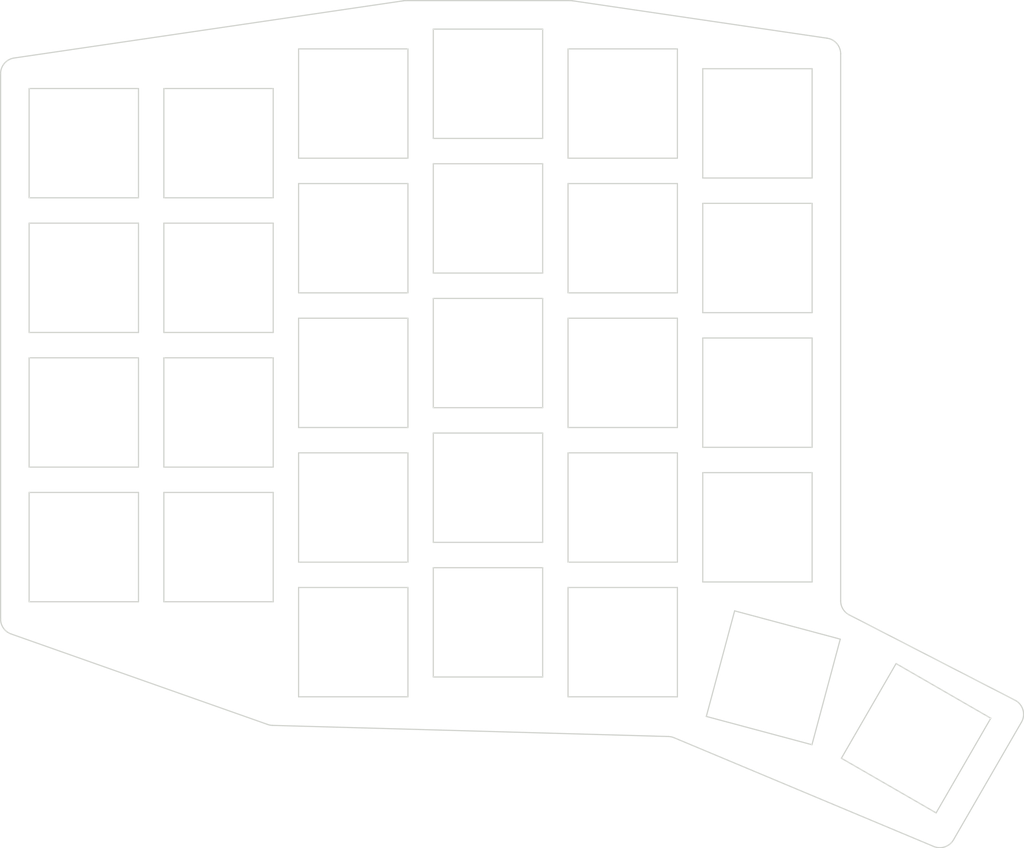
<source format=kicad_pcb>


(kicad_pcb (version 20171130) (host pcbnew 5.1.6)

  (page A3)
  (title_block
    (title "plate")
    (rev "v1.0.0")
    (company "Unknown")
  )

  (general
    (thickness 1.6)
  )

  (layers
    (0 F.Cu signal)
    (31 B.Cu signal)
    (32 B.Adhes user)
    (33 F.Adhes user)
    (34 B.Paste user)
    (35 F.Paste user)
    (36 B.SilkS user)
    (37 F.SilkS user)
    (38 B.Mask user)
    (39 F.Mask user)
    (40 Dwgs.User user)
    (41 Cmts.User user)
    (42 Eco1.User user)
    (43 Eco2.User user)
    (44 Edge.Cuts user)
    (45 Margin user)
    (46 B.CrtYd user)
    (47 F.CrtYd user)
    (48 B.Fab user)
    (49 F.Fab user)
  )

  (setup
    (last_trace_width 0.25)
    (trace_clearance 0.2)
    (zone_clearance 0.508)
    (zone_45_only no)
    (trace_min 0.2)
    (via_size 0.8)
    (via_drill 0.4)
    (via_min_size 0.4)
    (via_min_drill 0.3)
    (uvia_size 0.3)
    (uvia_drill 0.1)
    (uvias_allowed no)
    (uvia_min_size 0.2)
    (uvia_min_drill 0.1)
    (edge_width 0.05)
    (segment_width 0.2)
    (pcb_text_width 0.3)
    (pcb_text_size 1.5 1.5)
    (mod_edge_width 0.12)
    (mod_text_size 1 1)
    (mod_text_width 0.15)
    (pad_size 1.524 1.524)
    (pad_drill 0.762)
    (pad_to_mask_clearance 0.05)
    (aux_axis_origin 0 0)
    (visible_elements FFFFFF7F)
    (pcbplotparams
      (layerselection 0x010fc_ffffffff)
      (usegerberextensions false)
      (usegerberattributes true)
      (usegerberadvancedattributes true)
      (creategerberjobfile true)
      (excludeedgelayer true)
      (linewidth 0.100000)
      (plotframeref false)
      (viasonmask false)
      (mode 1)
      (useauxorigin false)
      (hpglpennumber 1)
      (hpglpenspeed 20)
      (hpglpendiameter 15.000000)
      (psnegative false)
      (psa4output false)
      (plotreference true)
      (plotvalue true)
      (plotinvisibletext false)
      (padsonsilk false)
      (subtractmaskfromsilk false)
      (outputformat 1)
      (mirror false)
      (drillshape 1)
      (scaleselection 1)
      (outputdirectory ""))
  )

  (net 0 "")

  (net_class Default "This is the default net class."
    (clearance 0.2)
    (trace_width 0.25)
    (via_dia 0.8)
    (via_drill 0.4)
    (uvia_dia 0.3)
    (uvia_drill 0.1)
    (add_net "")
  )

  
  (gr_line (start 91.20901198560541 21.248674707999207) (end 140.35528442560536 14.021281702116859) (angle 90) (layer Edge.Cuts) (width 0.15))
(gr_line (start 89.5 23.22739300588235) (end 89.5 92.08496981764705) (angle 90) (layer Edge.Cuts) (width 0.15))
(gr_line (start 90.83435976861536 93.97095050657012) (end 123.20418122316771 105.39559337288271) (angle 90) (layer Edge.Cuts) (width 0.15))
(gr_line (start 123.81357925455232 105.50882168395965) (end 173.76738653280543 106.91413371908979) (angle 90) (layer Edge.Cuts) (width 0.15))
(gr_line (start 174.48413771209715 107.06876116850556) (end 207.23767489878276 120.7945145217905) (angle 90) (layer Edge.Cuts) (width 0.15))
(gr_line (start 209.74271907807454 119.94993297120624) (end 218.3128582151721 105.1060166226851) (angle 90) (layer Edge.Cuts) (width 0.15))
(gr_line (start 217.4964921942101 102.32794986338882) (end 196.58431522096197 91.55841032973429) (angle 90) (layer Edge.Cuts) (width 0.15))
(gr_line (start 195.5 89.78034357043799) (end 195.5 20.72739300588235) (angle 90) (layer Edge.Cuts) (width 0.15))
(gr_line (start 193.7909880143946 18.748674707999207) (end 161.64471557439464 14.021281702116859) (angle 90) (layer Edge.Cuts) (width 0.15))
(gr_line (start 161.35372756 14) (end 140.64627244 14) (angle 90) (layer Edge.Cuts) (width 0.15))
(gr_arc (start 91.5 23.22739300588235) (end 91.209012 21.24867470588235) (angle -81.6341130423481) (layer Edge.Cuts) (width 0.15))
(gr_arc (start 91.5 92.08496981764705) (end 89.5 92.08496981764705) (angle -70.55996548964282) (layer Edge.Cuts) (width 0.15))
(gr_arc (start 123.86982145455232 103.50961268395963) (end 123.20418125455232 105.39559338395964) (angle -17.82860169351534) (layer Edge.Cuts) (width 0.15))
(gr_arc (start 173.71114433280545 108.9133427190898) (end 174.48413773280544 107.0687611190898) (angle -21.125255661048556) (layer Edge.Cuts) (width 0.15))
(gr_arc (start 208.01066827807452 118.9499329712063) (end 207.23767487807453 120.79451457120629) (angle -82.73668836947647) (layer Edge.Cuts) (width 0.15))
(gr_arc (start 216.5808074151721 104.1060166226851) (end 218.3128582151721 105.1060166226851) (angle -92.75203192148942) (layer Edge.Cuts) (width 0.15))
(gr_arc (start 197.5 89.78034357043799) (end 195.5 89.78034357043799) (angle -62.75203181307265) (layer Edge.Cuts) (width 0.15))
(gr_arc (start 193.5 20.72739300588235) (end 195.5 20.72739300588235) (angle -81.63411304234769) (layer Edge.Cuts) (width 0.15))
(gr_arc (start 161.35372756 16) (end 161.64471556 14.0212817) (angle -8.365886957653117) (layer Edge.Cuts) (width 0.15))
(gr_arc (start 140.64627244 16) (end 140.64627244 14) (angle -8.365886957653103) (layer Edge.Cuts) (width 0.15))
(gr_line (start 93.1 89.9) (end 106.89999999999999 89.9) (angle 90) (layer Edge.Cuts) (width 0.15))
(gr_line (start 106.89999999999999 89.9) (end 106.89999999999999 76.10000000000001) (angle 90) (layer Edge.Cuts) (width 0.15))
(gr_line (start 106.89999999999999 76.10000000000001) (end 93.1 76.10000000000001) (angle 90) (layer Edge.Cuts) (width 0.15))
(gr_line (start 93.1 76.10000000000001) (end 93.1 89.9) (angle 90) (layer Edge.Cuts) (width 0.15))
(gr_line (start 93.1 72.9) (end 106.89999999999999 72.9) (angle 90) (layer Edge.Cuts) (width 0.15))
(gr_line (start 106.89999999999999 72.9) (end 106.89999999999999 59.10000000000001) (angle 90) (layer Edge.Cuts) (width 0.15))
(gr_line (start 106.89999999999999 59.10000000000001) (end 93.1 59.10000000000001) (angle 90) (layer Edge.Cuts) (width 0.15))
(gr_line (start 93.1 59.10000000000001) (end 93.1 72.9) (angle 90) (layer Edge.Cuts) (width 0.15))
(gr_line (start 93.1 55.9) (end 106.89999999999999 55.9) (angle 90) (layer Edge.Cuts) (width 0.15))
(gr_line (start 106.89999999999999 55.9) (end 106.89999999999999 42.099999999999994) (angle 90) (layer Edge.Cuts) (width 0.15))
(gr_line (start 106.89999999999999 42.099999999999994) (end 93.1 42.099999999999994) (angle 90) (layer Edge.Cuts) (width 0.15))
(gr_line (start 93.1 42.099999999999994) (end 93.1 55.9) (angle 90) (layer Edge.Cuts) (width 0.15))
(gr_line (start 93.1 38.9) (end 106.89999999999999 38.9) (angle 90) (layer Edge.Cuts) (width 0.15))
(gr_line (start 106.89999999999999 38.9) (end 106.89999999999999 25.099999999999998) (angle 90) (layer Edge.Cuts) (width 0.15))
(gr_line (start 106.89999999999999 25.099999999999998) (end 93.1 25.099999999999998) (angle 90) (layer Edge.Cuts) (width 0.15))
(gr_line (start 93.1 25.099999999999998) (end 93.1 38.9) (angle 90) (layer Edge.Cuts) (width 0.15))
(gr_line (start 110.1 89.9) (end 123.89999999999999 89.9) (angle 90) (layer Edge.Cuts) (width 0.15))
(gr_line (start 123.89999999999999 89.9) (end 123.89999999999999 76.10000000000001) (angle 90) (layer Edge.Cuts) (width 0.15))
(gr_line (start 123.89999999999999 76.10000000000001) (end 110.1 76.10000000000001) (angle 90) (layer Edge.Cuts) (width 0.15))
(gr_line (start 110.1 76.10000000000001) (end 110.1 89.9) (angle 90) (layer Edge.Cuts) (width 0.15))
(gr_line (start 110.1 72.9) (end 123.89999999999999 72.9) (angle 90) (layer Edge.Cuts) (width 0.15))
(gr_line (start 123.89999999999999 72.9) (end 123.89999999999999 59.10000000000001) (angle 90) (layer Edge.Cuts) (width 0.15))
(gr_line (start 123.89999999999999 59.10000000000001) (end 110.1 59.10000000000001) (angle 90) (layer Edge.Cuts) (width 0.15))
(gr_line (start 110.1 59.10000000000001) (end 110.1 72.9) (angle 90) (layer Edge.Cuts) (width 0.15))
(gr_line (start 110.1 55.9) (end 123.89999999999999 55.9) (angle 90) (layer Edge.Cuts) (width 0.15))
(gr_line (start 123.89999999999999 55.9) (end 123.89999999999999 42.099999999999994) (angle 90) (layer Edge.Cuts) (width 0.15))
(gr_line (start 123.89999999999999 42.099999999999994) (end 110.1 42.099999999999994) (angle 90) (layer Edge.Cuts) (width 0.15))
(gr_line (start 110.1 42.099999999999994) (end 110.1 55.9) (angle 90) (layer Edge.Cuts) (width 0.15))
(gr_line (start 110.1 38.9) (end 123.89999999999999 38.9) (angle 90) (layer Edge.Cuts) (width 0.15))
(gr_line (start 123.89999999999999 38.9) (end 123.89999999999999 25.099999999999998) (angle 90) (layer Edge.Cuts) (width 0.15))
(gr_line (start 123.89999999999999 25.099999999999998) (end 110.1 25.099999999999998) (angle 90) (layer Edge.Cuts) (width 0.15))
(gr_line (start 110.1 25.099999999999998) (end 110.1 38.9) (angle 90) (layer Edge.Cuts) (width 0.15))
(gr_line (start 127.1 101.9) (end 140.9 101.9) (angle 90) (layer Edge.Cuts) (width 0.15))
(gr_line (start 140.9 101.9) (end 140.9 88.10000000000001) (angle 90) (layer Edge.Cuts) (width 0.15))
(gr_line (start 140.9 88.10000000000001) (end 127.1 88.10000000000001) (angle 90) (layer Edge.Cuts) (width 0.15))
(gr_line (start 127.1 88.10000000000001) (end 127.1 101.9) (angle 90) (layer Edge.Cuts) (width 0.15))
(gr_line (start 127.1 84.9) (end 140.9 84.9) (angle 90) (layer Edge.Cuts) (width 0.15))
(gr_line (start 140.9 84.9) (end 140.9 71.10000000000001) (angle 90) (layer Edge.Cuts) (width 0.15))
(gr_line (start 140.9 71.10000000000001) (end 127.1 71.10000000000001) (angle 90) (layer Edge.Cuts) (width 0.15))
(gr_line (start 127.1 71.10000000000001) (end 127.1 84.9) (angle 90) (layer Edge.Cuts) (width 0.15))
(gr_line (start 127.1 67.9) (end 140.9 67.9) (angle 90) (layer Edge.Cuts) (width 0.15))
(gr_line (start 140.9 67.9) (end 140.9 54.10000000000001) (angle 90) (layer Edge.Cuts) (width 0.15))
(gr_line (start 140.9 54.10000000000001) (end 127.1 54.10000000000001) (angle 90) (layer Edge.Cuts) (width 0.15))
(gr_line (start 127.1 54.10000000000001) (end 127.1 67.9) (angle 90) (layer Edge.Cuts) (width 0.15))
(gr_line (start 127.1 50.9) (end 140.9 50.9) (angle 90) (layer Edge.Cuts) (width 0.15))
(gr_line (start 140.9 50.9) (end 140.9 37.099999999999994) (angle 90) (layer Edge.Cuts) (width 0.15))
(gr_line (start 140.9 37.099999999999994) (end 127.1 37.099999999999994) (angle 90) (layer Edge.Cuts) (width 0.15))
(gr_line (start 127.1 37.099999999999994) (end 127.1 50.9) (angle 90) (layer Edge.Cuts) (width 0.15))
(gr_line (start 127.1 33.9) (end 140.9 33.9) (angle 90) (layer Edge.Cuts) (width 0.15))
(gr_line (start 140.9 33.9) (end 140.9 20.099999999999998) (angle 90) (layer Edge.Cuts) (width 0.15))
(gr_line (start 140.9 20.099999999999998) (end 127.1 20.099999999999998) (angle 90) (layer Edge.Cuts) (width 0.15))
(gr_line (start 127.1 20.099999999999998) (end 127.1 33.9) (angle 90) (layer Edge.Cuts) (width 0.15))
(gr_line (start 144.1 99.4) (end 157.9 99.4) (angle 90) (layer Edge.Cuts) (width 0.15))
(gr_line (start 157.9 99.4) (end 157.9 85.60000000000001) (angle 90) (layer Edge.Cuts) (width 0.15))
(gr_line (start 157.9 85.60000000000001) (end 144.1 85.60000000000001) (angle 90) (layer Edge.Cuts) (width 0.15))
(gr_line (start 144.1 85.60000000000001) (end 144.1 99.4) (angle 90) (layer Edge.Cuts) (width 0.15))
(gr_line (start 144.1 82.4) (end 157.9 82.4) (angle 90) (layer Edge.Cuts) (width 0.15))
(gr_line (start 157.9 82.4) (end 157.9 68.60000000000001) (angle 90) (layer Edge.Cuts) (width 0.15))
(gr_line (start 157.9 68.60000000000001) (end 144.1 68.60000000000001) (angle 90) (layer Edge.Cuts) (width 0.15))
(gr_line (start 144.1 68.60000000000001) (end 144.1 82.4) (angle 90) (layer Edge.Cuts) (width 0.15))
(gr_line (start 144.1 65.4) (end 157.9 65.4) (angle 90) (layer Edge.Cuts) (width 0.15))
(gr_line (start 157.9 65.4) (end 157.9 51.60000000000001) (angle 90) (layer Edge.Cuts) (width 0.15))
(gr_line (start 157.9 51.60000000000001) (end 144.1 51.60000000000001) (angle 90) (layer Edge.Cuts) (width 0.15))
(gr_line (start 144.1 51.60000000000001) (end 144.1 65.4) (angle 90) (layer Edge.Cuts) (width 0.15))
(gr_line (start 144.1 48.4) (end 157.9 48.4) (angle 90) (layer Edge.Cuts) (width 0.15))
(gr_line (start 157.9 48.4) (end 157.9 34.599999999999994) (angle 90) (layer Edge.Cuts) (width 0.15))
(gr_line (start 157.9 34.599999999999994) (end 144.1 34.599999999999994) (angle 90) (layer Edge.Cuts) (width 0.15))
(gr_line (start 144.1 34.599999999999994) (end 144.1 48.4) (angle 90) (layer Edge.Cuts) (width 0.15))
(gr_line (start 144.1 31.4) (end 157.9 31.4) (angle 90) (layer Edge.Cuts) (width 0.15))
(gr_line (start 157.9 31.4) (end 157.9 17.599999999999998) (angle 90) (layer Edge.Cuts) (width 0.15))
(gr_line (start 157.9 17.599999999999998) (end 144.1 17.599999999999998) (angle 90) (layer Edge.Cuts) (width 0.15))
(gr_line (start 144.1 17.599999999999998) (end 144.1 31.4) (angle 90) (layer Edge.Cuts) (width 0.15))
(gr_line (start 161.1 101.9) (end 174.9 101.9) (angle 90) (layer Edge.Cuts) (width 0.15))
(gr_line (start 174.9 101.9) (end 174.9 88.10000000000001) (angle 90) (layer Edge.Cuts) (width 0.15))
(gr_line (start 174.9 88.10000000000001) (end 161.1 88.10000000000001) (angle 90) (layer Edge.Cuts) (width 0.15))
(gr_line (start 161.1 88.10000000000001) (end 161.1 101.9) (angle 90) (layer Edge.Cuts) (width 0.15))
(gr_line (start 161.1 84.9) (end 174.9 84.9) (angle 90) (layer Edge.Cuts) (width 0.15))
(gr_line (start 174.9 84.9) (end 174.9 71.10000000000001) (angle 90) (layer Edge.Cuts) (width 0.15))
(gr_line (start 174.9 71.10000000000001) (end 161.1 71.10000000000001) (angle 90) (layer Edge.Cuts) (width 0.15))
(gr_line (start 161.1 71.10000000000001) (end 161.1 84.9) (angle 90) (layer Edge.Cuts) (width 0.15))
(gr_line (start 161.1 67.9) (end 174.9 67.9) (angle 90) (layer Edge.Cuts) (width 0.15))
(gr_line (start 174.9 67.9) (end 174.9 54.10000000000001) (angle 90) (layer Edge.Cuts) (width 0.15))
(gr_line (start 174.9 54.10000000000001) (end 161.1 54.10000000000001) (angle 90) (layer Edge.Cuts) (width 0.15))
(gr_line (start 161.1 54.10000000000001) (end 161.1 67.9) (angle 90) (layer Edge.Cuts) (width 0.15))
(gr_line (start 161.1 50.9) (end 174.9 50.9) (angle 90) (layer Edge.Cuts) (width 0.15))
(gr_line (start 174.9 50.9) (end 174.9 37.099999999999994) (angle 90) (layer Edge.Cuts) (width 0.15))
(gr_line (start 174.9 37.099999999999994) (end 161.1 37.099999999999994) (angle 90) (layer Edge.Cuts) (width 0.15))
(gr_line (start 161.1 37.099999999999994) (end 161.1 50.9) (angle 90) (layer Edge.Cuts) (width 0.15))
(gr_line (start 161.1 33.9) (end 174.9 33.9) (angle 90) (layer Edge.Cuts) (width 0.15))
(gr_line (start 174.9 33.9) (end 174.9 20.099999999999998) (angle 90) (layer Edge.Cuts) (width 0.15))
(gr_line (start 174.9 20.099999999999998) (end 161.1 20.099999999999998) (angle 90) (layer Edge.Cuts) (width 0.15))
(gr_line (start 161.1 20.099999999999998) (end 161.1 33.9) (angle 90) (layer Edge.Cuts) (width 0.15))
(gr_line (start 178.1 87.4) (end 191.9 87.4) (angle 90) (layer Edge.Cuts) (width 0.15))
(gr_line (start 191.9 87.4) (end 191.9 73.60000000000001) (angle 90) (layer Edge.Cuts) (width 0.15))
(gr_line (start 191.9 73.60000000000001) (end 178.1 73.60000000000001) (angle 90) (layer Edge.Cuts) (width 0.15))
(gr_line (start 178.1 73.60000000000001) (end 178.1 87.4) (angle 90) (layer Edge.Cuts) (width 0.15))
(gr_line (start 178.1 70.4) (end 191.9 70.4) (angle 90) (layer Edge.Cuts) (width 0.15))
(gr_line (start 191.9 70.4) (end 191.9 56.60000000000001) (angle 90) (layer Edge.Cuts) (width 0.15))
(gr_line (start 191.9 56.60000000000001) (end 178.1 56.60000000000001) (angle 90) (layer Edge.Cuts) (width 0.15))
(gr_line (start 178.1 56.60000000000001) (end 178.1 70.4) (angle 90) (layer Edge.Cuts) (width 0.15))
(gr_line (start 178.1 53.4) (end 191.9 53.4) (angle 90) (layer Edge.Cuts) (width 0.15))
(gr_line (start 191.9 53.4) (end 191.9 39.599999999999994) (angle 90) (layer Edge.Cuts) (width 0.15))
(gr_line (start 191.9 39.599999999999994) (end 178.1 39.599999999999994) (angle 90) (layer Edge.Cuts) (width 0.15))
(gr_line (start 178.1 39.599999999999994) (end 178.1 53.4) (angle 90) (layer Edge.Cuts) (width 0.15))
(gr_line (start 178.1 36.4) (end 191.9 36.4) (angle 90) (layer Edge.Cuts) (width 0.15))
(gr_line (start 191.9 36.4) (end 191.9 22.599999999999998) (angle 90) (layer Edge.Cuts) (width 0.15))
(gr_line (start 191.9 22.599999999999998) (end 178.1 22.599999999999998) (angle 90) (layer Edge.Cuts) (width 0.15))
(gr_line (start 178.1 22.599999999999998) (end 178.1 36.4) (angle 90) (layer Edge.Cuts) (width 0.15))
(gr_line (start 178.54926039999998 104.37903680000001) (end 191.8790368 107.9507396) (angle 90) (layer Edge.Cuts) (width 0.15))
(gr_line (start 191.8790368 107.9507396) (end 195.4507396 94.6209632) (angle 90) (layer Edge.Cuts) (width 0.15))
(gr_line (start 195.4507396 94.6209632) (end 182.1209632 91.04926040000001) (angle 90) (layer Edge.Cuts) (width 0.15))
(gr_line (start 182.1209632 91.04926040000001) (end 178.54926039999998 104.37903680000001) (angle 90) (layer Edge.Cuts) (width 0.15))
(gr_line (start 195.59323990000001 109.65754989999999) (end 207.5443905 116.5575499) (angle 90) (layer Edge.Cuts) (width 0.15))
(gr_line (start 207.5443905 116.5575499) (end 214.4443905 104.60639929999999) (angle 90) (layer Edge.Cuts) (width 0.15))
(gr_line (start 214.4443905 104.60639929999999) (end 202.4932399 97.7063993) (angle 90) (layer Edge.Cuts) (width 0.15))
(gr_line (start 202.4932399 97.7063993) (end 195.59323990000001 109.65754989999999) (angle 90) (layer Edge.Cuts) (width 0.15))

)


</source>
